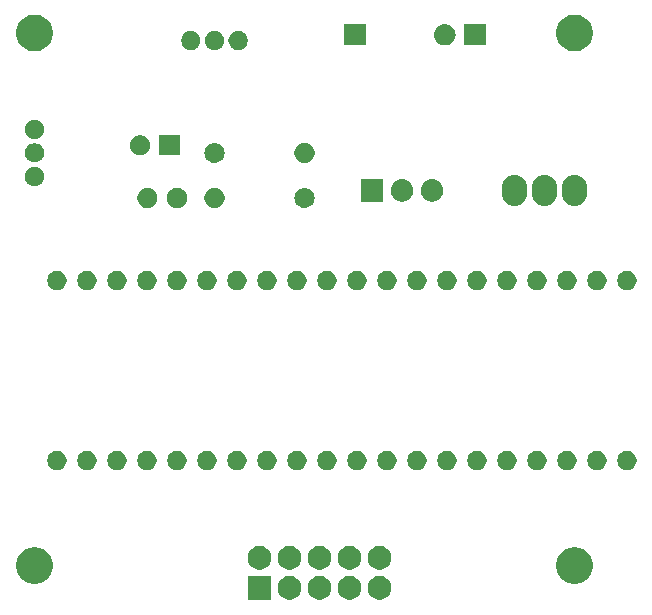
<source format=gbr>
G04 #@! TF.GenerationSoftware,KiCad,Pcbnew,(5.0.1-3-g963ef8bb5)*
G04 #@! TF.CreationDate,2019-04-02T14:03:19+07:00*
G04 #@! TF.ProjectId,STMaytal32v04,53544D617974616C33327630342E6B69,rev?*
G04 #@! TF.SameCoordinates,Original*
G04 #@! TF.FileFunction,Soldermask,Bot*
G04 #@! TF.FilePolarity,Negative*
%FSLAX46Y46*%
G04 Gerber Fmt 4.6, Leading zero omitted, Abs format (unit mm)*
G04 Created by KiCad (PCBNEW (5.0.1-3-g963ef8bb5)) date Tuesday, April 02, 2019 at 02:03:19 PM*
%MOMM*%
%LPD*%
G01*
G04 APERTURE LIST*
%ADD10C,0.100000*%
G04 APERTURE END LIST*
D10*
G36*
X208402988Y-125366304D02*
X208572710Y-125400063D01*
X208755336Y-125475709D01*
X208919694Y-125585530D01*
X209059470Y-125725306D01*
X209169291Y-125889664D01*
X209244937Y-126072290D01*
X209283500Y-126266164D01*
X209283500Y-126463836D01*
X209244937Y-126657710D01*
X209169291Y-126840336D01*
X209059470Y-127004694D01*
X208919694Y-127144470D01*
X208755336Y-127254291D01*
X208572710Y-127329937D01*
X208402988Y-127363696D01*
X208378837Y-127368500D01*
X208181163Y-127368500D01*
X208157012Y-127363696D01*
X207987290Y-127329937D01*
X207804664Y-127254291D01*
X207640306Y-127144470D01*
X207500530Y-127004694D01*
X207390709Y-126840336D01*
X207315063Y-126657710D01*
X207276500Y-126463836D01*
X207276500Y-126266164D01*
X207315063Y-126072290D01*
X207390709Y-125889664D01*
X207500530Y-125725306D01*
X207640306Y-125585530D01*
X207804664Y-125475709D01*
X207987290Y-125400063D01*
X208157012Y-125366304D01*
X208181163Y-125361500D01*
X208378837Y-125361500D01*
X208402988Y-125366304D01*
X208402988Y-125366304D01*
G37*
G36*
X205862988Y-125366304D02*
X206032710Y-125400063D01*
X206215336Y-125475709D01*
X206379694Y-125585530D01*
X206519470Y-125725306D01*
X206629291Y-125889664D01*
X206704937Y-126072290D01*
X206743500Y-126266164D01*
X206743500Y-126463836D01*
X206704937Y-126657710D01*
X206629291Y-126840336D01*
X206519470Y-127004694D01*
X206379694Y-127144470D01*
X206215336Y-127254291D01*
X206032710Y-127329937D01*
X205862988Y-127363696D01*
X205838837Y-127368500D01*
X205641163Y-127368500D01*
X205617012Y-127363696D01*
X205447290Y-127329937D01*
X205264664Y-127254291D01*
X205100306Y-127144470D01*
X204960530Y-127004694D01*
X204850709Y-126840336D01*
X204775063Y-126657710D01*
X204736500Y-126463836D01*
X204736500Y-126266164D01*
X204775063Y-126072290D01*
X204850709Y-125889664D01*
X204960530Y-125725306D01*
X205100306Y-125585530D01*
X205264664Y-125475709D01*
X205447290Y-125400063D01*
X205617012Y-125366304D01*
X205641163Y-125361500D01*
X205838837Y-125361500D01*
X205862988Y-125366304D01*
X205862988Y-125366304D01*
G37*
G36*
X203322988Y-125366304D02*
X203492710Y-125400063D01*
X203675336Y-125475709D01*
X203839694Y-125585530D01*
X203979470Y-125725306D01*
X204089291Y-125889664D01*
X204164937Y-126072290D01*
X204203500Y-126266164D01*
X204203500Y-126463836D01*
X204164937Y-126657710D01*
X204089291Y-126840336D01*
X203979470Y-127004694D01*
X203839694Y-127144470D01*
X203675336Y-127254291D01*
X203492710Y-127329937D01*
X203322988Y-127363696D01*
X203298837Y-127368500D01*
X203101163Y-127368500D01*
X203077012Y-127363696D01*
X202907290Y-127329937D01*
X202724664Y-127254291D01*
X202560306Y-127144470D01*
X202420530Y-127004694D01*
X202310709Y-126840336D01*
X202235063Y-126657710D01*
X202196500Y-126463836D01*
X202196500Y-126266164D01*
X202235063Y-126072290D01*
X202310709Y-125889664D01*
X202420530Y-125725306D01*
X202560306Y-125585530D01*
X202724664Y-125475709D01*
X202907290Y-125400063D01*
X203077012Y-125366304D01*
X203101163Y-125361500D01*
X203298837Y-125361500D01*
X203322988Y-125366304D01*
X203322988Y-125366304D01*
G37*
G36*
X200782988Y-125366304D02*
X200952710Y-125400063D01*
X201135336Y-125475709D01*
X201299694Y-125585530D01*
X201439470Y-125725306D01*
X201549291Y-125889664D01*
X201624937Y-126072290D01*
X201663500Y-126266164D01*
X201663500Y-126463836D01*
X201624937Y-126657710D01*
X201549291Y-126840336D01*
X201439470Y-127004694D01*
X201299694Y-127144470D01*
X201135336Y-127254291D01*
X200952710Y-127329937D01*
X200782988Y-127363696D01*
X200758837Y-127368500D01*
X200561163Y-127368500D01*
X200537012Y-127363696D01*
X200367290Y-127329937D01*
X200184664Y-127254291D01*
X200020306Y-127144470D01*
X199880530Y-127004694D01*
X199770709Y-126840336D01*
X199695063Y-126657710D01*
X199656500Y-126463836D01*
X199656500Y-126266164D01*
X199695063Y-126072290D01*
X199770709Y-125889664D01*
X199880530Y-125725306D01*
X200020306Y-125585530D01*
X200184664Y-125475709D01*
X200367290Y-125400063D01*
X200537012Y-125366304D01*
X200561163Y-125361500D01*
X200758837Y-125361500D01*
X200782988Y-125366304D01*
X200782988Y-125366304D01*
G37*
G36*
X199123500Y-127368500D02*
X197116500Y-127368500D01*
X197116500Y-125361500D01*
X199123500Y-125361500D01*
X199123500Y-127368500D01*
X199123500Y-127368500D01*
G37*
G36*
X225142527Y-122948736D02*
X225242410Y-122968604D01*
X225524674Y-123085521D01*
X225778705Y-123255259D01*
X225994741Y-123471295D01*
X226164479Y-123725326D01*
X226281396Y-124007590D01*
X226341000Y-124307240D01*
X226341000Y-124612760D01*
X226281396Y-124912410D01*
X226164479Y-125194674D01*
X225994741Y-125448705D01*
X225778705Y-125664741D01*
X225524674Y-125834479D01*
X225242410Y-125951396D01*
X225142527Y-125971264D01*
X224942762Y-126011000D01*
X224637238Y-126011000D01*
X224437473Y-125971264D01*
X224337590Y-125951396D01*
X224055326Y-125834479D01*
X223801295Y-125664741D01*
X223585259Y-125448705D01*
X223415521Y-125194674D01*
X223298604Y-124912410D01*
X223239000Y-124612760D01*
X223239000Y-124307240D01*
X223298604Y-124007590D01*
X223415521Y-123725326D01*
X223585259Y-123471295D01*
X223801295Y-123255259D01*
X224055326Y-123085521D01*
X224337590Y-122968604D01*
X224437473Y-122948736D01*
X224637238Y-122909000D01*
X224942762Y-122909000D01*
X225142527Y-122948736D01*
X225142527Y-122948736D01*
G37*
G36*
X179422527Y-122948736D02*
X179522410Y-122968604D01*
X179804674Y-123085521D01*
X180058705Y-123255259D01*
X180274741Y-123471295D01*
X180444479Y-123725326D01*
X180561396Y-124007590D01*
X180621000Y-124307240D01*
X180621000Y-124612760D01*
X180561396Y-124912410D01*
X180444479Y-125194674D01*
X180274741Y-125448705D01*
X180058705Y-125664741D01*
X179804674Y-125834479D01*
X179522410Y-125951396D01*
X179422527Y-125971264D01*
X179222762Y-126011000D01*
X178917238Y-126011000D01*
X178717473Y-125971264D01*
X178617590Y-125951396D01*
X178335326Y-125834479D01*
X178081295Y-125664741D01*
X177865259Y-125448705D01*
X177695521Y-125194674D01*
X177578604Y-124912410D01*
X177519000Y-124612760D01*
X177519000Y-124307240D01*
X177578604Y-124007590D01*
X177695521Y-123725326D01*
X177865259Y-123471295D01*
X178081295Y-123255259D01*
X178335326Y-123085521D01*
X178617590Y-122968604D01*
X178717473Y-122948736D01*
X178917238Y-122909000D01*
X179222762Y-122909000D01*
X179422527Y-122948736D01*
X179422527Y-122948736D01*
G37*
G36*
X208402988Y-122826304D02*
X208572710Y-122860063D01*
X208755336Y-122935709D01*
X208919694Y-123045530D01*
X209059470Y-123185306D01*
X209169291Y-123349664D01*
X209244937Y-123532290D01*
X209278696Y-123702012D01*
X209283334Y-123725326D01*
X209283500Y-123726164D01*
X209283500Y-123923836D01*
X209244937Y-124117710D01*
X209169291Y-124300336D01*
X209059470Y-124464694D01*
X208919694Y-124604470D01*
X208755336Y-124714291D01*
X208572710Y-124789937D01*
X208402988Y-124823696D01*
X208378837Y-124828500D01*
X208181163Y-124828500D01*
X208157012Y-124823696D01*
X207987290Y-124789937D01*
X207804664Y-124714291D01*
X207640306Y-124604470D01*
X207500530Y-124464694D01*
X207390709Y-124300336D01*
X207315063Y-124117710D01*
X207276500Y-123923836D01*
X207276500Y-123726164D01*
X207276667Y-123725326D01*
X207281304Y-123702012D01*
X207315063Y-123532290D01*
X207390709Y-123349664D01*
X207500530Y-123185306D01*
X207640306Y-123045530D01*
X207804664Y-122935709D01*
X207987290Y-122860063D01*
X208157012Y-122826304D01*
X208181163Y-122821500D01*
X208378837Y-122821500D01*
X208402988Y-122826304D01*
X208402988Y-122826304D01*
G37*
G36*
X205862988Y-122826304D02*
X206032710Y-122860063D01*
X206215336Y-122935709D01*
X206379694Y-123045530D01*
X206519470Y-123185306D01*
X206629291Y-123349664D01*
X206704937Y-123532290D01*
X206738696Y-123702012D01*
X206743334Y-123725326D01*
X206743500Y-123726164D01*
X206743500Y-123923836D01*
X206704937Y-124117710D01*
X206629291Y-124300336D01*
X206519470Y-124464694D01*
X206379694Y-124604470D01*
X206215336Y-124714291D01*
X206032710Y-124789937D01*
X205862988Y-124823696D01*
X205838837Y-124828500D01*
X205641163Y-124828500D01*
X205617012Y-124823696D01*
X205447290Y-124789937D01*
X205264664Y-124714291D01*
X205100306Y-124604470D01*
X204960530Y-124464694D01*
X204850709Y-124300336D01*
X204775063Y-124117710D01*
X204736500Y-123923836D01*
X204736500Y-123726164D01*
X204736667Y-123725326D01*
X204741304Y-123702012D01*
X204775063Y-123532290D01*
X204850709Y-123349664D01*
X204960530Y-123185306D01*
X205100306Y-123045530D01*
X205264664Y-122935709D01*
X205447290Y-122860063D01*
X205617012Y-122826304D01*
X205641163Y-122821500D01*
X205838837Y-122821500D01*
X205862988Y-122826304D01*
X205862988Y-122826304D01*
G37*
G36*
X203322988Y-122826304D02*
X203492710Y-122860063D01*
X203675336Y-122935709D01*
X203839694Y-123045530D01*
X203979470Y-123185306D01*
X204089291Y-123349664D01*
X204164937Y-123532290D01*
X204198696Y-123702012D01*
X204203334Y-123725326D01*
X204203500Y-123726164D01*
X204203500Y-123923836D01*
X204164937Y-124117710D01*
X204089291Y-124300336D01*
X203979470Y-124464694D01*
X203839694Y-124604470D01*
X203675336Y-124714291D01*
X203492710Y-124789937D01*
X203322988Y-124823696D01*
X203298837Y-124828500D01*
X203101163Y-124828500D01*
X203077012Y-124823696D01*
X202907290Y-124789937D01*
X202724664Y-124714291D01*
X202560306Y-124604470D01*
X202420530Y-124464694D01*
X202310709Y-124300336D01*
X202235063Y-124117710D01*
X202196500Y-123923836D01*
X202196500Y-123726164D01*
X202196667Y-123725326D01*
X202201304Y-123702012D01*
X202235063Y-123532290D01*
X202310709Y-123349664D01*
X202420530Y-123185306D01*
X202560306Y-123045530D01*
X202724664Y-122935709D01*
X202907290Y-122860063D01*
X203077012Y-122826304D01*
X203101163Y-122821500D01*
X203298837Y-122821500D01*
X203322988Y-122826304D01*
X203322988Y-122826304D01*
G37*
G36*
X200782988Y-122826304D02*
X200952710Y-122860063D01*
X201135336Y-122935709D01*
X201299694Y-123045530D01*
X201439470Y-123185306D01*
X201549291Y-123349664D01*
X201624937Y-123532290D01*
X201658696Y-123702012D01*
X201663334Y-123725326D01*
X201663500Y-123726164D01*
X201663500Y-123923836D01*
X201624937Y-124117710D01*
X201549291Y-124300336D01*
X201439470Y-124464694D01*
X201299694Y-124604470D01*
X201135336Y-124714291D01*
X200952710Y-124789937D01*
X200782988Y-124823696D01*
X200758837Y-124828500D01*
X200561163Y-124828500D01*
X200537012Y-124823696D01*
X200367290Y-124789937D01*
X200184664Y-124714291D01*
X200020306Y-124604470D01*
X199880530Y-124464694D01*
X199770709Y-124300336D01*
X199695063Y-124117710D01*
X199656500Y-123923836D01*
X199656500Y-123726164D01*
X199656667Y-123725326D01*
X199661304Y-123702012D01*
X199695063Y-123532290D01*
X199770709Y-123349664D01*
X199880530Y-123185306D01*
X200020306Y-123045530D01*
X200184664Y-122935709D01*
X200367290Y-122860063D01*
X200537012Y-122826304D01*
X200561163Y-122821500D01*
X200758837Y-122821500D01*
X200782988Y-122826304D01*
X200782988Y-122826304D01*
G37*
G36*
X198242988Y-122826304D02*
X198412710Y-122860063D01*
X198595336Y-122935709D01*
X198759694Y-123045530D01*
X198899470Y-123185306D01*
X199009291Y-123349664D01*
X199084937Y-123532290D01*
X199118696Y-123702012D01*
X199123334Y-123725326D01*
X199123500Y-123726164D01*
X199123500Y-123923836D01*
X199084937Y-124117710D01*
X199009291Y-124300336D01*
X198899470Y-124464694D01*
X198759694Y-124604470D01*
X198595336Y-124714291D01*
X198412710Y-124789937D01*
X198242988Y-124823696D01*
X198218837Y-124828500D01*
X198021163Y-124828500D01*
X197997012Y-124823696D01*
X197827290Y-124789937D01*
X197644664Y-124714291D01*
X197480306Y-124604470D01*
X197340530Y-124464694D01*
X197230709Y-124300336D01*
X197155063Y-124117710D01*
X197116500Y-123923836D01*
X197116500Y-123726164D01*
X197116667Y-123725326D01*
X197121304Y-123702012D01*
X197155063Y-123532290D01*
X197230709Y-123349664D01*
X197340530Y-123185306D01*
X197480306Y-123045530D01*
X197644664Y-122935709D01*
X197827290Y-122860063D01*
X197997012Y-122826304D01*
X198021163Y-122821500D01*
X198218837Y-122821500D01*
X198242988Y-122826304D01*
X198242988Y-122826304D01*
G37*
G36*
X198992142Y-114788242D02*
X199140102Y-114849530D01*
X199273258Y-114938502D01*
X199386498Y-115051742D01*
X199475470Y-115184898D01*
X199536758Y-115332858D01*
X199568000Y-115489925D01*
X199568000Y-115650075D01*
X199536758Y-115807142D01*
X199475470Y-115955102D01*
X199386498Y-116088258D01*
X199273258Y-116201498D01*
X199140102Y-116290470D01*
X198992142Y-116351758D01*
X198835075Y-116383000D01*
X198674925Y-116383000D01*
X198517858Y-116351758D01*
X198369898Y-116290470D01*
X198236742Y-116201498D01*
X198123502Y-116088258D01*
X198034530Y-115955102D01*
X197973242Y-115807142D01*
X197942000Y-115650075D01*
X197942000Y-115489925D01*
X197973242Y-115332858D01*
X198034530Y-115184898D01*
X198123502Y-115051742D01*
X198236742Y-114938502D01*
X198369898Y-114849530D01*
X198517858Y-114788242D01*
X198674925Y-114757000D01*
X198835075Y-114757000D01*
X198992142Y-114788242D01*
X198992142Y-114788242D01*
G37*
G36*
X196452142Y-114788242D02*
X196600102Y-114849530D01*
X196733258Y-114938502D01*
X196846498Y-115051742D01*
X196935470Y-115184898D01*
X196996758Y-115332858D01*
X197028000Y-115489925D01*
X197028000Y-115650075D01*
X196996758Y-115807142D01*
X196935470Y-115955102D01*
X196846498Y-116088258D01*
X196733258Y-116201498D01*
X196600102Y-116290470D01*
X196452142Y-116351758D01*
X196295075Y-116383000D01*
X196134925Y-116383000D01*
X195977858Y-116351758D01*
X195829898Y-116290470D01*
X195696742Y-116201498D01*
X195583502Y-116088258D01*
X195494530Y-115955102D01*
X195433242Y-115807142D01*
X195402000Y-115650075D01*
X195402000Y-115489925D01*
X195433242Y-115332858D01*
X195494530Y-115184898D01*
X195583502Y-115051742D01*
X195696742Y-114938502D01*
X195829898Y-114849530D01*
X195977858Y-114788242D01*
X196134925Y-114757000D01*
X196295075Y-114757000D01*
X196452142Y-114788242D01*
X196452142Y-114788242D01*
G37*
G36*
X193912142Y-114788242D02*
X194060102Y-114849530D01*
X194193258Y-114938502D01*
X194306498Y-115051742D01*
X194395470Y-115184898D01*
X194456758Y-115332858D01*
X194488000Y-115489925D01*
X194488000Y-115650075D01*
X194456758Y-115807142D01*
X194395470Y-115955102D01*
X194306498Y-116088258D01*
X194193258Y-116201498D01*
X194060102Y-116290470D01*
X193912142Y-116351758D01*
X193755075Y-116383000D01*
X193594925Y-116383000D01*
X193437858Y-116351758D01*
X193289898Y-116290470D01*
X193156742Y-116201498D01*
X193043502Y-116088258D01*
X192954530Y-115955102D01*
X192893242Y-115807142D01*
X192862000Y-115650075D01*
X192862000Y-115489925D01*
X192893242Y-115332858D01*
X192954530Y-115184898D01*
X193043502Y-115051742D01*
X193156742Y-114938502D01*
X193289898Y-114849530D01*
X193437858Y-114788242D01*
X193594925Y-114757000D01*
X193755075Y-114757000D01*
X193912142Y-114788242D01*
X193912142Y-114788242D01*
G37*
G36*
X191372142Y-114788242D02*
X191520102Y-114849530D01*
X191653258Y-114938502D01*
X191766498Y-115051742D01*
X191855470Y-115184898D01*
X191916758Y-115332858D01*
X191948000Y-115489925D01*
X191948000Y-115650075D01*
X191916758Y-115807142D01*
X191855470Y-115955102D01*
X191766498Y-116088258D01*
X191653258Y-116201498D01*
X191520102Y-116290470D01*
X191372142Y-116351758D01*
X191215075Y-116383000D01*
X191054925Y-116383000D01*
X190897858Y-116351758D01*
X190749898Y-116290470D01*
X190616742Y-116201498D01*
X190503502Y-116088258D01*
X190414530Y-115955102D01*
X190353242Y-115807142D01*
X190322000Y-115650075D01*
X190322000Y-115489925D01*
X190353242Y-115332858D01*
X190414530Y-115184898D01*
X190503502Y-115051742D01*
X190616742Y-114938502D01*
X190749898Y-114849530D01*
X190897858Y-114788242D01*
X191054925Y-114757000D01*
X191215075Y-114757000D01*
X191372142Y-114788242D01*
X191372142Y-114788242D01*
G37*
G36*
X188832142Y-114788242D02*
X188980102Y-114849530D01*
X189113258Y-114938502D01*
X189226498Y-115051742D01*
X189315470Y-115184898D01*
X189376758Y-115332858D01*
X189408000Y-115489925D01*
X189408000Y-115650075D01*
X189376758Y-115807142D01*
X189315470Y-115955102D01*
X189226498Y-116088258D01*
X189113258Y-116201498D01*
X188980102Y-116290470D01*
X188832142Y-116351758D01*
X188675075Y-116383000D01*
X188514925Y-116383000D01*
X188357858Y-116351758D01*
X188209898Y-116290470D01*
X188076742Y-116201498D01*
X187963502Y-116088258D01*
X187874530Y-115955102D01*
X187813242Y-115807142D01*
X187782000Y-115650075D01*
X187782000Y-115489925D01*
X187813242Y-115332858D01*
X187874530Y-115184898D01*
X187963502Y-115051742D01*
X188076742Y-114938502D01*
X188209898Y-114849530D01*
X188357858Y-114788242D01*
X188514925Y-114757000D01*
X188675075Y-114757000D01*
X188832142Y-114788242D01*
X188832142Y-114788242D01*
G37*
G36*
X186292142Y-114788242D02*
X186440102Y-114849530D01*
X186573258Y-114938502D01*
X186686498Y-115051742D01*
X186775470Y-115184898D01*
X186836758Y-115332858D01*
X186868000Y-115489925D01*
X186868000Y-115650075D01*
X186836758Y-115807142D01*
X186775470Y-115955102D01*
X186686498Y-116088258D01*
X186573258Y-116201498D01*
X186440102Y-116290470D01*
X186292142Y-116351758D01*
X186135075Y-116383000D01*
X185974925Y-116383000D01*
X185817858Y-116351758D01*
X185669898Y-116290470D01*
X185536742Y-116201498D01*
X185423502Y-116088258D01*
X185334530Y-115955102D01*
X185273242Y-115807142D01*
X185242000Y-115650075D01*
X185242000Y-115489925D01*
X185273242Y-115332858D01*
X185334530Y-115184898D01*
X185423502Y-115051742D01*
X185536742Y-114938502D01*
X185669898Y-114849530D01*
X185817858Y-114788242D01*
X185974925Y-114757000D01*
X186135075Y-114757000D01*
X186292142Y-114788242D01*
X186292142Y-114788242D01*
G37*
G36*
X183752142Y-114788242D02*
X183900102Y-114849530D01*
X184033258Y-114938502D01*
X184146498Y-115051742D01*
X184235470Y-115184898D01*
X184296758Y-115332858D01*
X184328000Y-115489925D01*
X184328000Y-115650075D01*
X184296758Y-115807142D01*
X184235470Y-115955102D01*
X184146498Y-116088258D01*
X184033258Y-116201498D01*
X183900102Y-116290470D01*
X183752142Y-116351758D01*
X183595075Y-116383000D01*
X183434925Y-116383000D01*
X183277858Y-116351758D01*
X183129898Y-116290470D01*
X182996742Y-116201498D01*
X182883502Y-116088258D01*
X182794530Y-115955102D01*
X182733242Y-115807142D01*
X182702000Y-115650075D01*
X182702000Y-115489925D01*
X182733242Y-115332858D01*
X182794530Y-115184898D01*
X182883502Y-115051742D01*
X182996742Y-114938502D01*
X183129898Y-114849530D01*
X183277858Y-114788242D01*
X183434925Y-114757000D01*
X183595075Y-114757000D01*
X183752142Y-114788242D01*
X183752142Y-114788242D01*
G37*
G36*
X181212142Y-114788242D02*
X181360102Y-114849530D01*
X181493258Y-114938502D01*
X181606498Y-115051742D01*
X181695470Y-115184898D01*
X181756758Y-115332858D01*
X181788000Y-115489925D01*
X181788000Y-115650075D01*
X181756758Y-115807142D01*
X181695470Y-115955102D01*
X181606498Y-116088258D01*
X181493258Y-116201498D01*
X181360102Y-116290470D01*
X181212142Y-116351758D01*
X181055075Y-116383000D01*
X180894925Y-116383000D01*
X180737858Y-116351758D01*
X180589898Y-116290470D01*
X180456742Y-116201498D01*
X180343502Y-116088258D01*
X180254530Y-115955102D01*
X180193242Y-115807142D01*
X180162000Y-115650075D01*
X180162000Y-115489925D01*
X180193242Y-115332858D01*
X180254530Y-115184898D01*
X180343502Y-115051742D01*
X180456742Y-114938502D01*
X180589898Y-114849530D01*
X180737858Y-114788242D01*
X180894925Y-114757000D01*
X181055075Y-114757000D01*
X181212142Y-114788242D01*
X181212142Y-114788242D01*
G37*
G36*
X209152142Y-114788242D02*
X209300102Y-114849530D01*
X209433258Y-114938502D01*
X209546498Y-115051742D01*
X209635470Y-115184898D01*
X209696758Y-115332858D01*
X209728000Y-115489925D01*
X209728000Y-115650075D01*
X209696758Y-115807142D01*
X209635470Y-115955102D01*
X209546498Y-116088258D01*
X209433258Y-116201498D01*
X209300102Y-116290470D01*
X209152142Y-116351758D01*
X208995075Y-116383000D01*
X208834925Y-116383000D01*
X208677858Y-116351758D01*
X208529898Y-116290470D01*
X208396742Y-116201498D01*
X208283502Y-116088258D01*
X208194530Y-115955102D01*
X208133242Y-115807142D01*
X208102000Y-115650075D01*
X208102000Y-115489925D01*
X208133242Y-115332858D01*
X208194530Y-115184898D01*
X208283502Y-115051742D01*
X208396742Y-114938502D01*
X208529898Y-114849530D01*
X208677858Y-114788242D01*
X208834925Y-114757000D01*
X208995075Y-114757000D01*
X209152142Y-114788242D01*
X209152142Y-114788242D01*
G37*
G36*
X206612142Y-114788242D02*
X206760102Y-114849530D01*
X206893258Y-114938502D01*
X207006498Y-115051742D01*
X207095470Y-115184898D01*
X207156758Y-115332858D01*
X207188000Y-115489925D01*
X207188000Y-115650075D01*
X207156758Y-115807142D01*
X207095470Y-115955102D01*
X207006498Y-116088258D01*
X206893258Y-116201498D01*
X206760102Y-116290470D01*
X206612142Y-116351758D01*
X206455075Y-116383000D01*
X206294925Y-116383000D01*
X206137858Y-116351758D01*
X205989898Y-116290470D01*
X205856742Y-116201498D01*
X205743502Y-116088258D01*
X205654530Y-115955102D01*
X205593242Y-115807142D01*
X205562000Y-115650075D01*
X205562000Y-115489925D01*
X205593242Y-115332858D01*
X205654530Y-115184898D01*
X205743502Y-115051742D01*
X205856742Y-114938502D01*
X205989898Y-114849530D01*
X206137858Y-114788242D01*
X206294925Y-114757000D01*
X206455075Y-114757000D01*
X206612142Y-114788242D01*
X206612142Y-114788242D01*
G37*
G36*
X204072142Y-114788242D02*
X204220102Y-114849530D01*
X204353258Y-114938502D01*
X204466498Y-115051742D01*
X204555470Y-115184898D01*
X204616758Y-115332858D01*
X204648000Y-115489925D01*
X204648000Y-115650075D01*
X204616758Y-115807142D01*
X204555470Y-115955102D01*
X204466498Y-116088258D01*
X204353258Y-116201498D01*
X204220102Y-116290470D01*
X204072142Y-116351758D01*
X203915075Y-116383000D01*
X203754925Y-116383000D01*
X203597858Y-116351758D01*
X203449898Y-116290470D01*
X203316742Y-116201498D01*
X203203502Y-116088258D01*
X203114530Y-115955102D01*
X203053242Y-115807142D01*
X203022000Y-115650075D01*
X203022000Y-115489925D01*
X203053242Y-115332858D01*
X203114530Y-115184898D01*
X203203502Y-115051742D01*
X203316742Y-114938502D01*
X203449898Y-114849530D01*
X203597858Y-114788242D01*
X203754925Y-114757000D01*
X203915075Y-114757000D01*
X204072142Y-114788242D01*
X204072142Y-114788242D01*
G37*
G36*
X201532142Y-114788242D02*
X201680102Y-114849530D01*
X201813258Y-114938502D01*
X201926498Y-115051742D01*
X202015470Y-115184898D01*
X202076758Y-115332858D01*
X202108000Y-115489925D01*
X202108000Y-115650075D01*
X202076758Y-115807142D01*
X202015470Y-115955102D01*
X201926498Y-116088258D01*
X201813258Y-116201498D01*
X201680102Y-116290470D01*
X201532142Y-116351758D01*
X201375075Y-116383000D01*
X201214925Y-116383000D01*
X201057858Y-116351758D01*
X200909898Y-116290470D01*
X200776742Y-116201498D01*
X200663502Y-116088258D01*
X200574530Y-115955102D01*
X200513242Y-115807142D01*
X200482000Y-115650075D01*
X200482000Y-115489925D01*
X200513242Y-115332858D01*
X200574530Y-115184898D01*
X200663502Y-115051742D01*
X200776742Y-114938502D01*
X200909898Y-114849530D01*
X201057858Y-114788242D01*
X201214925Y-114757000D01*
X201375075Y-114757000D01*
X201532142Y-114788242D01*
X201532142Y-114788242D01*
G37*
G36*
X229472142Y-114788242D02*
X229620102Y-114849530D01*
X229753258Y-114938502D01*
X229866498Y-115051742D01*
X229955470Y-115184898D01*
X230016758Y-115332858D01*
X230048000Y-115489925D01*
X230048000Y-115650075D01*
X230016758Y-115807142D01*
X229955470Y-115955102D01*
X229866498Y-116088258D01*
X229753258Y-116201498D01*
X229620102Y-116290470D01*
X229472142Y-116351758D01*
X229315075Y-116383000D01*
X229154925Y-116383000D01*
X228997858Y-116351758D01*
X228849898Y-116290470D01*
X228716742Y-116201498D01*
X228603502Y-116088258D01*
X228514530Y-115955102D01*
X228453242Y-115807142D01*
X228422000Y-115650075D01*
X228422000Y-115489925D01*
X228453242Y-115332858D01*
X228514530Y-115184898D01*
X228603502Y-115051742D01*
X228716742Y-114938502D01*
X228849898Y-114849530D01*
X228997858Y-114788242D01*
X229154925Y-114757000D01*
X229315075Y-114757000D01*
X229472142Y-114788242D01*
X229472142Y-114788242D01*
G37*
G36*
X226932142Y-114788242D02*
X227080102Y-114849530D01*
X227213258Y-114938502D01*
X227326498Y-115051742D01*
X227415470Y-115184898D01*
X227476758Y-115332858D01*
X227508000Y-115489925D01*
X227508000Y-115650075D01*
X227476758Y-115807142D01*
X227415470Y-115955102D01*
X227326498Y-116088258D01*
X227213258Y-116201498D01*
X227080102Y-116290470D01*
X226932142Y-116351758D01*
X226775075Y-116383000D01*
X226614925Y-116383000D01*
X226457858Y-116351758D01*
X226309898Y-116290470D01*
X226176742Y-116201498D01*
X226063502Y-116088258D01*
X225974530Y-115955102D01*
X225913242Y-115807142D01*
X225882000Y-115650075D01*
X225882000Y-115489925D01*
X225913242Y-115332858D01*
X225974530Y-115184898D01*
X226063502Y-115051742D01*
X226176742Y-114938502D01*
X226309898Y-114849530D01*
X226457858Y-114788242D01*
X226614925Y-114757000D01*
X226775075Y-114757000D01*
X226932142Y-114788242D01*
X226932142Y-114788242D01*
G37*
G36*
X224392142Y-114788242D02*
X224540102Y-114849530D01*
X224673258Y-114938502D01*
X224786498Y-115051742D01*
X224875470Y-115184898D01*
X224936758Y-115332858D01*
X224968000Y-115489925D01*
X224968000Y-115650075D01*
X224936758Y-115807142D01*
X224875470Y-115955102D01*
X224786498Y-116088258D01*
X224673258Y-116201498D01*
X224540102Y-116290470D01*
X224392142Y-116351758D01*
X224235075Y-116383000D01*
X224074925Y-116383000D01*
X223917858Y-116351758D01*
X223769898Y-116290470D01*
X223636742Y-116201498D01*
X223523502Y-116088258D01*
X223434530Y-115955102D01*
X223373242Y-115807142D01*
X223342000Y-115650075D01*
X223342000Y-115489925D01*
X223373242Y-115332858D01*
X223434530Y-115184898D01*
X223523502Y-115051742D01*
X223636742Y-114938502D01*
X223769898Y-114849530D01*
X223917858Y-114788242D01*
X224074925Y-114757000D01*
X224235075Y-114757000D01*
X224392142Y-114788242D01*
X224392142Y-114788242D01*
G37*
G36*
X221852142Y-114788242D02*
X222000102Y-114849530D01*
X222133258Y-114938502D01*
X222246498Y-115051742D01*
X222335470Y-115184898D01*
X222396758Y-115332858D01*
X222428000Y-115489925D01*
X222428000Y-115650075D01*
X222396758Y-115807142D01*
X222335470Y-115955102D01*
X222246498Y-116088258D01*
X222133258Y-116201498D01*
X222000102Y-116290470D01*
X221852142Y-116351758D01*
X221695075Y-116383000D01*
X221534925Y-116383000D01*
X221377858Y-116351758D01*
X221229898Y-116290470D01*
X221096742Y-116201498D01*
X220983502Y-116088258D01*
X220894530Y-115955102D01*
X220833242Y-115807142D01*
X220802000Y-115650075D01*
X220802000Y-115489925D01*
X220833242Y-115332858D01*
X220894530Y-115184898D01*
X220983502Y-115051742D01*
X221096742Y-114938502D01*
X221229898Y-114849530D01*
X221377858Y-114788242D01*
X221534925Y-114757000D01*
X221695075Y-114757000D01*
X221852142Y-114788242D01*
X221852142Y-114788242D01*
G37*
G36*
X219312142Y-114788242D02*
X219460102Y-114849530D01*
X219593258Y-114938502D01*
X219706498Y-115051742D01*
X219795470Y-115184898D01*
X219856758Y-115332858D01*
X219888000Y-115489925D01*
X219888000Y-115650075D01*
X219856758Y-115807142D01*
X219795470Y-115955102D01*
X219706498Y-116088258D01*
X219593258Y-116201498D01*
X219460102Y-116290470D01*
X219312142Y-116351758D01*
X219155075Y-116383000D01*
X218994925Y-116383000D01*
X218837858Y-116351758D01*
X218689898Y-116290470D01*
X218556742Y-116201498D01*
X218443502Y-116088258D01*
X218354530Y-115955102D01*
X218293242Y-115807142D01*
X218262000Y-115650075D01*
X218262000Y-115489925D01*
X218293242Y-115332858D01*
X218354530Y-115184898D01*
X218443502Y-115051742D01*
X218556742Y-114938502D01*
X218689898Y-114849530D01*
X218837858Y-114788242D01*
X218994925Y-114757000D01*
X219155075Y-114757000D01*
X219312142Y-114788242D01*
X219312142Y-114788242D01*
G37*
G36*
X216772142Y-114788242D02*
X216920102Y-114849530D01*
X217053258Y-114938502D01*
X217166498Y-115051742D01*
X217255470Y-115184898D01*
X217316758Y-115332858D01*
X217348000Y-115489925D01*
X217348000Y-115650075D01*
X217316758Y-115807142D01*
X217255470Y-115955102D01*
X217166498Y-116088258D01*
X217053258Y-116201498D01*
X216920102Y-116290470D01*
X216772142Y-116351758D01*
X216615075Y-116383000D01*
X216454925Y-116383000D01*
X216297858Y-116351758D01*
X216149898Y-116290470D01*
X216016742Y-116201498D01*
X215903502Y-116088258D01*
X215814530Y-115955102D01*
X215753242Y-115807142D01*
X215722000Y-115650075D01*
X215722000Y-115489925D01*
X215753242Y-115332858D01*
X215814530Y-115184898D01*
X215903502Y-115051742D01*
X216016742Y-114938502D01*
X216149898Y-114849530D01*
X216297858Y-114788242D01*
X216454925Y-114757000D01*
X216615075Y-114757000D01*
X216772142Y-114788242D01*
X216772142Y-114788242D01*
G37*
G36*
X214232142Y-114788242D02*
X214380102Y-114849530D01*
X214513258Y-114938502D01*
X214626498Y-115051742D01*
X214715470Y-115184898D01*
X214776758Y-115332858D01*
X214808000Y-115489925D01*
X214808000Y-115650075D01*
X214776758Y-115807142D01*
X214715470Y-115955102D01*
X214626498Y-116088258D01*
X214513258Y-116201498D01*
X214380102Y-116290470D01*
X214232142Y-116351758D01*
X214075075Y-116383000D01*
X213914925Y-116383000D01*
X213757858Y-116351758D01*
X213609898Y-116290470D01*
X213476742Y-116201498D01*
X213363502Y-116088258D01*
X213274530Y-115955102D01*
X213213242Y-115807142D01*
X213182000Y-115650075D01*
X213182000Y-115489925D01*
X213213242Y-115332858D01*
X213274530Y-115184898D01*
X213363502Y-115051742D01*
X213476742Y-114938502D01*
X213609898Y-114849530D01*
X213757858Y-114788242D01*
X213914925Y-114757000D01*
X214075075Y-114757000D01*
X214232142Y-114788242D01*
X214232142Y-114788242D01*
G37*
G36*
X211692142Y-114788242D02*
X211840102Y-114849530D01*
X211973258Y-114938502D01*
X212086498Y-115051742D01*
X212175470Y-115184898D01*
X212236758Y-115332858D01*
X212268000Y-115489925D01*
X212268000Y-115650075D01*
X212236758Y-115807142D01*
X212175470Y-115955102D01*
X212086498Y-116088258D01*
X211973258Y-116201498D01*
X211840102Y-116290470D01*
X211692142Y-116351758D01*
X211535075Y-116383000D01*
X211374925Y-116383000D01*
X211217858Y-116351758D01*
X211069898Y-116290470D01*
X210936742Y-116201498D01*
X210823502Y-116088258D01*
X210734530Y-115955102D01*
X210673242Y-115807142D01*
X210642000Y-115650075D01*
X210642000Y-115489925D01*
X210673242Y-115332858D01*
X210734530Y-115184898D01*
X210823502Y-115051742D01*
X210936742Y-114938502D01*
X211069898Y-114849530D01*
X211217858Y-114788242D01*
X211374925Y-114757000D01*
X211535075Y-114757000D01*
X211692142Y-114788242D01*
X211692142Y-114788242D01*
G37*
G36*
X183752142Y-99548242D02*
X183900102Y-99609530D01*
X184033258Y-99698502D01*
X184146498Y-99811742D01*
X184235470Y-99944898D01*
X184296758Y-100092858D01*
X184328000Y-100249925D01*
X184328000Y-100410075D01*
X184296758Y-100567142D01*
X184235470Y-100715102D01*
X184146498Y-100848258D01*
X184033258Y-100961498D01*
X183900102Y-101050470D01*
X183752142Y-101111758D01*
X183595075Y-101143000D01*
X183434925Y-101143000D01*
X183277858Y-101111758D01*
X183129898Y-101050470D01*
X182996742Y-100961498D01*
X182883502Y-100848258D01*
X182794530Y-100715102D01*
X182733242Y-100567142D01*
X182702000Y-100410075D01*
X182702000Y-100249925D01*
X182733242Y-100092858D01*
X182794530Y-99944898D01*
X182883502Y-99811742D01*
X182996742Y-99698502D01*
X183129898Y-99609530D01*
X183277858Y-99548242D01*
X183434925Y-99517000D01*
X183595075Y-99517000D01*
X183752142Y-99548242D01*
X183752142Y-99548242D01*
G37*
G36*
X229472142Y-99548242D02*
X229620102Y-99609530D01*
X229753258Y-99698502D01*
X229866498Y-99811742D01*
X229955470Y-99944898D01*
X230016758Y-100092858D01*
X230048000Y-100249925D01*
X230048000Y-100410075D01*
X230016758Y-100567142D01*
X229955470Y-100715102D01*
X229866498Y-100848258D01*
X229753258Y-100961498D01*
X229620102Y-101050470D01*
X229472142Y-101111758D01*
X229315075Y-101143000D01*
X229154925Y-101143000D01*
X228997858Y-101111758D01*
X228849898Y-101050470D01*
X228716742Y-100961498D01*
X228603502Y-100848258D01*
X228514530Y-100715102D01*
X228453242Y-100567142D01*
X228422000Y-100410075D01*
X228422000Y-100249925D01*
X228453242Y-100092858D01*
X228514530Y-99944898D01*
X228603502Y-99811742D01*
X228716742Y-99698502D01*
X228849898Y-99609530D01*
X228997858Y-99548242D01*
X229154925Y-99517000D01*
X229315075Y-99517000D01*
X229472142Y-99548242D01*
X229472142Y-99548242D01*
G37*
G36*
X186292142Y-99548242D02*
X186440102Y-99609530D01*
X186573258Y-99698502D01*
X186686498Y-99811742D01*
X186775470Y-99944898D01*
X186836758Y-100092858D01*
X186868000Y-100249925D01*
X186868000Y-100410075D01*
X186836758Y-100567142D01*
X186775470Y-100715102D01*
X186686498Y-100848258D01*
X186573258Y-100961498D01*
X186440102Y-101050470D01*
X186292142Y-101111758D01*
X186135075Y-101143000D01*
X185974925Y-101143000D01*
X185817858Y-101111758D01*
X185669898Y-101050470D01*
X185536742Y-100961498D01*
X185423502Y-100848258D01*
X185334530Y-100715102D01*
X185273242Y-100567142D01*
X185242000Y-100410075D01*
X185242000Y-100249925D01*
X185273242Y-100092858D01*
X185334530Y-99944898D01*
X185423502Y-99811742D01*
X185536742Y-99698502D01*
X185669898Y-99609530D01*
X185817858Y-99548242D01*
X185974925Y-99517000D01*
X186135075Y-99517000D01*
X186292142Y-99548242D01*
X186292142Y-99548242D01*
G37*
G36*
X191372142Y-99548242D02*
X191520102Y-99609530D01*
X191653258Y-99698502D01*
X191766498Y-99811742D01*
X191855470Y-99944898D01*
X191916758Y-100092858D01*
X191948000Y-100249925D01*
X191948000Y-100410075D01*
X191916758Y-100567142D01*
X191855470Y-100715102D01*
X191766498Y-100848258D01*
X191653258Y-100961498D01*
X191520102Y-101050470D01*
X191372142Y-101111758D01*
X191215075Y-101143000D01*
X191054925Y-101143000D01*
X190897858Y-101111758D01*
X190749898Y-101050470D01*
X190616742Y-100961498D01*
X190503502Y-100848258D01*
X190414530Y-100715102D01*
X190353242Y-100567142D01*
X190322000Y-100410075D01*
X190322000Y-100249925D01*
X190353242Y-100092858D01*
X190414530Y-99944898D01*
X190503502Y-99811742D01*
X190616742Y-99698502D01*
X190749898Y-99609530D01*
X190897858Y-99548242D01*
X191054925Y-99517000D01*
X191215075Y-99517000D01*
X191372142Y-99548242D01*
X191372142Y-99548242D01*
G37*
G36*
X188832142Y-99548242D02*
X188980102Y-99609530D01*
X189113258Y-99698502D01*
X189226498Y-99811742D01*
X189315470Y-99944898D01*
X189376758Y-100092858D01*
X189408000Y-100249925D01*
X189408000Y-100410075D01*
X189376758Y-100567142D01*
X189315470Y-100715102D01*
X189226498Y-100848258D01*
X189113258Y-100961498D01*
X188980102Y-101050470D01*
X188832142Y-101111758D01*
X188675075Y-101143000D01*
X188514925Y-101143000D01*
X188357858Y-101111758D01*
X188209898Y-101050470D01*
X188076742Y-100961498D01*
X187963502Y-100848258D01*
X187874530Y-100715102D01*
X187813242Y-100567142D01*
X187782000Y-100410075D01*
X187782000Y-100249925D01*
X187813242Y-100092858D01*
X187874530Y-99944898D01*
X187963502Y-99811742D01*
X188076742Y-99698502D01*
X188209898Y-99609530D01*
X188357858Y-99548242D01*
X188514925Y-99517000D01*
X188675075Y-99517000D01*
X188832142Y-99548242D01*
X188832142Y-99548242D01*
G37*
G36*
X219312142Y-99548242D02*
X219460102Y-99609530D01*
X219593258Y-99698502D01*
X219706498Y-99811742D01*
X219795470Y-99944898D01*
X219856758Y-100092858D01*
X219888000Y-100249925D01*
X219888000Y-100410075D01*
X219856758Y-100567142D01*
X219795470Y-100715102D01*
X219706498Y-100848258D01*
X219593258Y-100961498D01*
X219460102Y-101050470D01*
X219312142Y-101111758D01*
X219155075Y-101143000D01*
X218994925Y-101143000D01*
X218837858Y-101111758D01*
X218689898Y-101050470D01*
X218556742Y-100961498D01*
X218443502Y-100848258D01*
X218354530Y-100715102D01*
X218293242Y-100567142D01*
X218262000Y-100410075D01*
X218262000Y-100249925D01*
X218293242Y-100092858D01*
X218354530Y-99944898D01*
X218443502Y-99811742D01*
X218556742Y-99698502D01*
X218689898Y-99609530D01*
X218837858Y-99548242D01*
X218994925Y-99517000D01*
X219155075Y-99517000D01*
X219312142Y-99548242D01*
X219312142Y-99548242D01*
G37*
G36*
X201532142Y-99548242D02*
X201680102Y-99609530D01*
X201813258Y-99698502D01*
X201926498Y-99811742D01*
X202015470Y-99944898D01*
X202076758Y-100092858D01*
X202108000Y-100249925D01*
X202108000Y-100410075D01*
X202076758Y-100567142D01*
X202015470Y-100715102D01*
X201926498Y-100848258D01*
X201813258Y-100961498D01*
X201680102Y-101050470D01*
X201532142Y-101111758D01*
X201375075Y-101143000D01*
X201214925Y-101143000D01*
X201057858Y-101111758D01*
X200909898Y-101050470D01*
X200776742Y-100961498D01*
X200663502Y-100848258D01*
X200574530Y-100715102D01*
X200513242Y-100567142D01*
X200482000Y-100410075D01*
X200482000Y-100249925D01*
X200513242Y-100092858D01*
X200574530Y-99944898D01*
X200663502Y-99811742D01*
X200776742Y-99698502D01*
X200909898Y-99609530D01*
X201057858Y-99548242D01*
X201214925Y-99517000D01*
X201375075Y-99517000D01*
X201532142Y-99548242D01*
X201532142Y-99548242D01*
G37*
G36*
X198992142Y-99548242D02*
X199140102Y-99609530D01*
X199273258Y-99698502D01*
X199386498Y-99811742D01*
X199475470Y-99944898D01*
X199536758Y-100092858D01*
X199568000Y-100249925D01*
X199568000Y-100410075D01*
X199536758Y-100567142D01*
X199475470Y-100715102D01*
X199386498Y-100848258D01*
X199273258Y-100961498D01*
X199140102Y-101050470D01*
X198992142Y-101111758D01*
X198835075Y-101143000D01*
X198674925Y-101143000D01*
X198517858Y-101111758D01*
X198369898Y-101050470D01*
X198236742Y-100961498D01*
X198123502Y-100848258D01*
X198034530Y-100715102D01*
X197973242Y-100567142D01*
X197942000Y-100410075D01*
X197942000Y-100249925D01*
X197973242Y-100092858D01*
X198034530Y-99944898D01*
X198123502Y-99811742D01*
X198236742Y-99698502D01*
X198369898Y-99609530D01*
X198517858Y-99548242D01*
X198674925Y-99517000D01*
X198835075Y-99517000D01*
X198992142Y-99548242D01*
X198992142Y-99548242D01*
G37*
G36*
X226932142Y-99548242D02*
X227080102Y-99609530D01*
X227213258Y-99698502D01*
X227326498Y-99811742D01*
X227415470Y-99944898D01*
X227476758Y-100092858D01*
X227508000Y-100249925D01*
X227508000Y-100410075D01*
X227476758Y-100567142D01*
X227415470Y-100715102D01*
X227326498Y-100848258D01*
X227213258Y-100961498D01*
X227080102Y-101050470D01*
X226932142Y-101111758D01*
X226775075Y-101143000D01*
X226614925Y-101143000D01*
X226457858Y-101111758D01*
X226309898Y-101050470D01*
X226176742Y-100961498D01*
X226063502Y-100848258D01*
X225974530Y-100715102D01*
X225913242Y-100567142D01*
X225882000Y-100410075D01*
X225882000Y-100249925D01*
X225913242Y-100092858D01*
X225974530Y-99944898D01*
X226063502Y-99811742D01*
X226176742Y-99698502D01*
X226309898Y-99609530D01*
X226457858Y-99548242D01*
X226614925Y-99517000D01*
X226775075Y-99517000D01*
X226932142Y-99548242D01*
X226932142Y-99548242D01*
G37*
G36*
X221852142Y-99548242D02*
X222000102Y-99609530D01*
X222133258Y-99698502D01*
X222246498Y-99811742D01*
X222335470Y-99944898D01*
X222396758Y-100092858D01*
X222428000Y-100249925D01*
X222428000Y-100410075D01*
X222396758Y-100567142D01*
X222335470Y-100715102D01*
X222246498Y-100848258D01*
X222133258Y-100961498D01*
X222000102Y-101050470D01*
X221852142Y-101111758D01*
X221695075Y-101143000D01*
X221534925Y-101143000D01*
X221377858Y-101111758D01*
X221229898Y-101050470D01*
X221096742Y-100961498D01*
X220983502Y-100848258D01*
X220894530Y-100715102D01*
X220833242Y-100567142D01*
X220802000Y-100410075D01*
X220802000Y-100249925D01*
X220833242Y-100092858D01*
X220894530Y-99944898D01*
X220983502Y-99811742D01*
X221096742Y-99698502D01*
X221229898Y-99609530D01*
X221377858Y-99548242D01*
X221534925Y-99517000D01*
X221695075Y-99517000D01*
X221852142Y-99548242D01*
X221852142Y-99548242D01*
G37*
G36*
X216772142Y-99548242D02*
X216920102Y-99609530D01*
X217053258Y-99698502D01*
X217166498Y-99811742D01*
X217255470Y-99944898D01*
X217316758Y-100092858D01*
X217348000Y-100249925D01*
X217348000Y-100410075D01*
X217316758Y-100567142D01*
X217255470Y-100715102D01*
X217166498Y-100848258D01*
X217053258Y-100961498D01*
X216920102Y-101050470D01*
X216772142Y-101111758D01*
X216615075Y-101143000D01*
X216454925Y-101143000D01*
X216297858Y-101111758D01*
X216149898Y-101050470D01*
X216016742Y-100961498D01*
X215903502Y-100848258D01*
X215814530Y-100715102D01*
X215753242Y-100567142D01*
X215722000Y-100410075D01*
X215722000Y-100249925D01*
X215753242Y-100092858D01*
X215814530Y-99944898D01*
X215903502Y-99811742D01*
X216016742Y-99698502D01*
X216149898Y-99609530D01*
X216297858Y-99548242D01*
X216454925Y-99517000D01*
X216615075Y-99517000D01*
X216772142Y-99548242D01*
X216772142Y-99548242D01*
G37*
G36*
X206612142Y-99548242D02*
X206760102Y-99609530D01*
X206893258Y-99698502D01*
X207006498Y-99811742D01*
X207095470Y-99944898D01*
X207156758Y-100092858D01*
X207188000Y-100249925D01*
X207188000Y-100410075D01*
X207156758Y-100567142D01*
X207095470Y-100715102D01*
X207006498Y-100848258D01*
X206893258Y-100961498D01*
X206760102Y-101050470D01*
X206612142Y-101111758D01*
X206455075Y-101143000D01*
X206294925Y-101143000D01*
X206137858Y-101111758D01*
X205989898Y-101050470D01*
X205856742Y-100961498D01*
X205743502Y-100848258D01*
X205654530Y-100715102D01*
X205593242Y-100567142D01*
X205562000Y-100410075D01*
X205562000Y-100249925D01*
X205593242Y-100092858D01*
X205654530Y-99944898D01*
X205743502Y-99811742D01*
X205856742Y-99698502D01*
X205989898Y-99609530D01*
X206137858Y-99548242D01*
X206294925Y-99517000D01*
X206455075Y-99517000D01*
X206612142Y-99548242D01*
X206612142Y-99548242D01*
G37*
G36*
X209152142Y-99548242D02*
X209300102Y-99609530D01*
X209433258Y-99698502D01*
X209546498Y-99811742D01*
X209635470Y-99944898D01*
X209696758Y-100092858D01*
X209728000Y-100249925D01*
X209728000Y-100410075D01*
X209696758Y-100567142D01*
X209635470Y-100715102D01*
X209546498Y-100848258D01*
X209433258Y-100961498D01*
X209300102Y-101050470D01*
X209152142Y-101111758D01*
X208995075Y-101143000D01*
X208834925Y-101143000D01*
X208677858Y-101111758D01*
X208529898Y-101050470D01*
X208396742Y-100961498D01*
X208283502Y-100848258D01*
X208194530Y-100715102D01*
X208133242Y-100567142D01*
X208102000Y-100410075D01*
X208102000Y-100249925D01*
X208133242Y-100092858D01*
X208194530Y-99944898D01*
X208283502Y-99811742D01*
X208396742Y-99698502D01*
X208529898Y-99609530D01*
X208677858Y-99548242D01*
X208834925Y-99517000D01*
X208995075Y-99517000D01*
X209152142Y-99548242D01*
X209152142Y-99548242D01*
G37*
G36*
X214232142Y-99548242D02*
X214380102Y-99609530D01*
X214513258Y-99698502D01*
X214626498Y-99811742D01*
X214715470Y-99944898D01*
X214776758Y-100092858D01*
X214808000Y-100249925D01*
X214808000Y-100410075D01*
X214776758Y-100567142D01*
X214715470Y-100715102D01*
X214626498Y-100848258D01*
X214513258Y-100961498D01*
X214380102Y-101050470D01*
X214232142Y-101111758D01*
X214075075Y-101143000D01*
X213914925Y-101143000D01*
X213757858Y-101111758D01*
X213609898Y-101050470D01*
X213476742Y-100961498D01*
X213363502Y-100848258D01*
X213274530Y-100715102D01*
X213213242Y-100567142D01*
X213182000Y-100410075D01*
X213182000Y-100249925D01*
X213213242Y-100092858D01*
X213274530Y-99944898D01*
X213363502Y-99811742D01*
X213476742Y-99698502D01*
X213609898Y-99609530D01*
X213757858Y-99548242D01*
X213914925Y-99517000D01*
X214075075Y-99517000D01*
X214232142Y-99548242D01*
X214232142Y-99548242D01*
G37*
G36*
X211692142Y-99548242D02*
X211840102Y-99609530D01*
X211973258Y-99698502D01*
X212086498Y-99811742D01*
X212175470Y-99944898D01*
X212236758Y-100092858D01*
X212268000Y-100249925D01*
X212268000Y-100410075D01*
X212236758Y-100567142D01*
X212175470Y-100715102D01*
X212086498Y-100848258D01*
X211973258Y-100961498D01*
X211840102Y-101050470D01*
X211692142Y-101111758D01*
X211535075Y-101143000D01*
X211374925Y-101143000D01*
X211217858Y-101111758D01*
X211069898Y-101050470D01*
X210936742Y-100961498D01*
X210823502Y-100848258D01*
X210734530Y-100715102D01*
X210673242Y-100567142D01*
X210642000Y-100410075D01*
X210642000Y-100249925D01*
X210673242Y-100092858D01*
X210734530Y-99944898D01*
X210823502Y-99811742D01*
X210936742Y-99698502D01*
X211069898Y-99609530D01*
X211217858Y-99548242D01*
X211374925Y-99517000D01*
X211535075Y-99517000D01*
X211692142Y-99548242D01*
X211692142Y-99548242D01*
G37*
G36*
X224392142Y-99548242D02*
X224540102Y-99609530D01*
X224673258Y-99698502D01*
X224786498Y-99811742D01*
X224875470Y-99944898D01*
X224936758Y-100092858D01*
X224968000Y-100249925D01*
X224968000Y-100410075D01*
X224936758Y-100567142D01*
X224875470Y-100715102D01*
X224786498Y-100848258D01*
X224673258Y-100961498D01*
X224540102Y-101050470D01*
X224392142Y-101111758D01*
X224235075Y-101143000D01*
X224074925Y-101143000D01*
X223917858Y-101111758D01*
X223769898Y-101050470D01*
X223636742Y-100961498D01*
X223523502Y-100848258D01*
X223434530Y-100715102D01*
X223373242Y-100567142D01*
X223342000Y-100410075D01*
X223342000Y-100249925D01*
X223373242Y-100092858D01*
X223434530Y-99944898D01*
X223523502Y-99811742D01*
X223636742Y-99698502D01*
X223769898Y-99609530D01*
X223917858Y-99548242D01*
X224074925Y-99517000D01*
X224235075Y-99517000D01*
X224392142Y-99548242D01*
X224392142Y-99548242D01*
G37*
G36*
X196452142Y-99548242D02*
X196600102Y-99609530D01*
X196733258Y-99698502D01*
X196846498Y-99811742D01*
X196935470Y-99944898D01*
X196996758Y-100092858D01*
X197028000Y-100249925D01*
X197028000Y-100410075D01*
X196996758Y-100567142D01*
X196935470Y-100715102D01*
X196846498Y-100848258D01*
X196733258Y-100961498D01*
X196600102Y-101050470D01*
X196452142Y-101111758D01*
X196295075Y-101143000D01*
X196134925Y-101143000D01*
X195977858Y-101111758D01*
X195829898Y-101050470D01*
X195696742Y-100961498D01*
X195583502Y-100848258D01*
X195494530Y-100715102D01*
X195433242Y-100567142D01*
X195402000Y-100410075D01*
X195402000Y-100249925D01*
X195433242Y-100092858D01*
X195494530Y-99944898D01*
X195583502Y-99811742D01*
X195696742Y-99698502D01*
X195829898Y-99609530D01*
X195977858Y-99548242D01*
X196134925Y-99517000D01*
X196295075Y-99517000D01*
X196452142Y-99548242D01*
X196452142Y-99548242D01*
G37*
G36*
X193912142Y-99548242D02*
X194060102Y-99609530D01*
X194193258Y-99698502D01*
X194306498Y-99811742D01*
X194395470Y-99944898D01*
X194456758Y-100092858D01*
X194488000Y-100249925D01*
X194488000Y-100410075D01*
X194456758Y-100567142D01*
X194395470Y-100715102D01*
X194306498Y-100848258D01*
X194193258Y-100961498D01*
X194060102Y-101050470D01*
X193912142Y-101111758D01*
X193755075Y-101143000D01*
X193594925Y-101143000D01*
X193437858Y-101111758D01*
X193289898Y-101050470D01*
X193156742Y-100961498D01*
X193043502Y-100848258D01*
X192954530Y-100715102D01*
X192893242Y-100567142D01*
X192862000Y-100410075D01*
X192862000Y-100249925D01*
X192893242Y-100092858D01*
X192954530Y-99944898D01*
X193043502Y-99811742D01*
X193156742Y-99698502D01*
X193289898Y-99609530D01*
X193437858Y-99548242D01*
X193594925Y-99517000D01*
X193755075Y-99517000D01*
X193912142Y-99548242D01*
X193912142Y-99548242D01*
G37*
G36*
X181212142Y-99548242D02*
X181360102Y-99609530D01*
X181493258Y-99698502D01*
X181606498Y-99811742D01*
X181695470Y-99944898D01*
X181756758Y-100092858D01*
X181788000Y-100249925D01*
X181788000Y-100410075D01*
X181756758Y-100567142D01*
X181695470Y-100715102D01*
X181606498Y-100848258D01*
X181493258Y-100961498D01*
X181360102Y-101050470D01*
X181212142Y-101111758D01*
X181055075Y-101143000D01*
X180894925Y-101143000D01*
X180737858Y-101111758D01*
X180589898Y-101050470D01*
X180456742Y-100961498D01*
X180343502Y-100848258D01*
X180254530Y-100715102D01*
X180193242Y-100567142D01*
X180162000Y-100410075D01*
X180162000Y-100249925D01*
X180193242Y-100092858D01*
X180254530Y-99944898D01*
X180343502Y-99811742D01*
X180456742Y-99698502D01*
X180589898Y-99609530D01*
X180737858Y-99548242D01*
X180894925Y-99517000D01*
X181055075Y-99517000D01*
X181212142Y-99548242D01*
X181212142Y-99548242D01*
G37*
G36*
X204072142Y-99548242D02*
X204220102Y-99609530D01*
X204353258Y-99698502D01*
X204466498Y-99811742D01*
X204555470Y-99944898D01*
X204616758Y-100092858D01*
X204648000Y-100249925D01*
X204648000Y-100410075D01*
X204616758Y-100567142D01*
X204555470Y-100715102D01*
X204466498Y-100848258D01*
X204353258Y-100961498D01*
X204220102Y-101050470D01*
X204072142Y-101111758D01*
X203915075Y-101143000D01*
X203754925Y-101143000D01*
X203597858Y-101111758D01*
X203449898Y-101050470D01*
X203316742Y-100961498D01*
X203203502Y-100848258D01*
X203114530Y-100715102D01*
X203053242Y-100567142D01*
X203022000Y-100410075D01*
X203022000Y-100249925D01*
X203053242Y-100092858D01*
X203114530Y-99944898D01*
X203203502Y-99811742D01*
X203316742Y-99698502D01*
X203449898Y-99609530D01*
X203597858Y-99548242D01*
X203754925Y-99517000D01*
X203915075Y-99517000D01*
X204072142Y-99548242D01*
X204072142Y-99548242D01*
G37*
G36*
X202096821Y-92506313D02*
X202096824Y-92506314D01*
X202096825Y-92506314D01*
X202257239Y-92554975D01*
X202257241Y-92554976D01*
X202257244Y-92554977D01*
X202405078Y-92633995D01*
X202534659Y-92740341D01*
X202641005Y-92869922D01*
X202720023Y-93017756D01*
X202720024Y-93017759D01*
X202720025Y-93017761D01*
X202767166Y-93173164D01*
X202768687Y-93178179D01*
X202785117Y-93345000D01*
X202768687Y-93511821D01*
X202768686Y-93511824D01*
X202768686Y-93511825D01*
X202727609Y-93647239D01*
X202720023Y-93672244D01*
X202641005Y-93820078D01*
X202534659Y-93949659D01*
X202405078Y-94056005D01*
X202257244Y-94135023D01*
X202257241Y-94135024D01*
X202257239Y-94135025D01*
X202096825Y-94183686D01*
X202096824Y-94183686D01*
X202096821Y-94183687D01*
X201971804Y-94196000D01*
X201888196Y-94196000D01*
X201763179Y-94183687D01*
X201763176Y-94183686D01*
X201763175Y-94183686D01*
X201602761Y-94135025D01*
X201602759Y-94135024D01*
X201602756Y-94135023D01*
X201454922Y-94056005D01*
X201325341Y-93949659D01*
X201218995Y-93820078D01*
X201139977Y-93672244D01*
X201132392Y-93647239D01*
X201091314Y-93511825D01*
X201091314Y-93511824D01*
X201091313Y-93511821D01*
X201074883Y-93345000D01*
X201091313Y-93178179D01*
X201092834Y-93173164D01*
X201139975Y-93017761D01*
X201139976Y-93017759D01*
X201139977Y-93017756D01*
X201218995Y-92869922D01*
X201325341Y-92740341D01*
X201454922Y-92633995D01*
X201602756Y-92554977D01*
X201602759Y-92554976D01*
X201602761Y-92554975D01*
X201763175Y-92506314D01*
X201763176Y-92506314D01*
X201763179Y-92506313D01*
X201888196Y-92494000D01*
X201971804Y-92494000D01*
X202096821Y-92506313D01*
X202096821Y-92506313D01*
G37*
G36*
X194558228Y-92526703D02*
X194713100Y-92590853D01*
X194852481Y-92683985D01*
X194971015Y-92802519D01*
X195064147Y-92941900D01*
X195128297Y-93096772D01*
X195161000Y-93261184D01*
X195161000Y-93428816D01*
X195128297Y-93593228D01*
X195064147Y-93748100D01*
X194971015Y-93887481D01*
X194852481Y-94006015D01*
X194713100Y-94099147D01*
X194558228Y-94163297D01*
X194393816Y-94196000D01*
X194226184Y-94196000D01*
X194061772Y-94163297D01*
X193906900Y-94099147D01*
X193767519Y-94006015D01*
X193648985Y-93887481D01*
X193555853Y-93748100D01*
X193491703Y-93593228D01*
X193459000Y-93428816D01*
X193459000Y-93261184D01*
X193491703Y-93096772D01*
X193555853Y-92941900D01*
X193648985Y-92802519D01*
X193767519Y-92683985D01*
X193906900Y-92590853D01*
X194061772Y-92526703D01*
X194226184Y-92494000D01*
X194393816Y-92494000D01*
X194558228Y-92526703D01*
X194558228Y-92526703D01*
G37*
G36*
X191383228Y-92526703D02*
X191538100Y-92590853D01*
X191677481Y-92683985D01*
X191796015Y-92802519D01*
X191889147Y-92941900D01*
X191953297Y-93096772D01*
X191986000Y-93261184D01*
X191986000Y-93428816D01*
X191953297Y-93593228D01*
X191889147Y-93748100D01*
X191796015Y-93887481D01*
X191677481Y-94006015D01*
X191538100Y-94099147D01*
X191383228Y-94163297D01*
X191218816Y-94196000D01*
X191051184Y-94196000D01*
X190886772Y-94163297D01*
X190731900Y-94099147D01*
X190592519Y-94006015D01*
X190473985Y-93887481D01*
X190380853Y-93748100D01*
X190316703Y-93593228D01*
X190284000Y-93428816D01*
X190284000Y-93261184D01*
X190316703Y-93096772D01*
X190380853Y-92941900D01*
X190473985Y-92802519D01*
X190592519Y-92683985D01*
X190731900Y-92590853D01*
X190886772Y-92526703D01*
X191051184Y-92494000D01*
X191218816Y-92494000D01*
X191383228Y-92526703D01*
X191383228Y-92526703D01*
G37*
G36*
X188883228Y-92526703D02*
X189038100Y-92590853D01*
X189177481Y-92683985D01*
X189296015Y-92802519D01*
X189389147Y-92941900D01*
X189453297Y-93096772D01*
X189486000Y-93261184D01*
X189486000Y-93428816D01*
X189453297Y-93593228D01*
X189389147Y-93748100D01*
X189296015Y-93887481D01*
X189177481Y-94006015D01*
X189038100Y-94099147D01*
X188883228Y-94163297D01*
X188718816Y-94196000D01*
X188551184Y-94196000D01*
X188386772Y-94163297D01*
X188231900Y-94099147D01*
X188092519Y-94006015D01*
X187973985Y-93887481D01*
X187880853Y-93748100D01*
X187816703Y-93593228D01*
X187784000Y-93428816D01*
X187784000Y-93261184D01*
X187816703Y-93096772D01*
X187880853Y-92941900D01*
X187973985Y-92802519D01*
X188092519Y-92683985D01*
X188231900Y-92590853D01*
X188386772Y-92526703D01*
X188551184Y-92494000D01*
X188718816Y-92494000D01*
X188883228Y-92526703D01*
X188883228Y-92526703D01*
G37*
G36*
X219919167Y-91404439D02*
X220120298Y-91465451D01*
X220166025Y-91489892D01*
X220305661Y-91564529D01*
X220468133Y-91697867D01*
X220601471Y-91860338D01*
X220683124Y-92013101D01*
X220700549Y-92045701D01*
X220761561Y-92246832D01*
X220762412Y-92255471D01*
X220777000Y-92403587D01*
X220777000Y-93016412D01*
X220776867Y-93017761D01*
X220761561Y-93173167D01*
X220700549Y-93374298D01*
X220700547Y-93374301D01*
X220700546Y-93374303D01*
X220601471Y-93559662D01*
X220468133Y-93722133D01*
X220305662Y-93855471D01*
X220152899Y-93937124D01*
X220120299Y-93954549D01*
X219919168Y-94015561D01*
X219710000Y-94036162D01*
X219500833Y-94015561D01*
X219299702Y-93954549D01*
X219267102Y-93937124D01*
X219114339Y-93855471D01*
X218951868Y-93722133D01*
X218818531Y-93559663D01*
X218748592Y-93428816D01*
X218719451Y-93374299D01*
X218658439Y-93173168D01*
X218643000Y-93016411D01*
X218643000Y-92403590D01*
X218658439Y-92246833D01*
X218719451Y-92045702D01*
X218743892Y-91999975D01*
X218818529Y-91860339D01*
X218951867Y-91697867D01*
X219114338Y-91564529D01*
X219267101Y-91482876D01*
X219299701Y-91465451D01*
X219500832Y-91404439D01*
X219710000Y-91383838D01*
X219919167Y-91404439D01*
X219919167Y-91404439D01*
G37*
G36*
X222459167Y-91404439D02*
X222660298Y-91465451D01*
X222706025Y-91489892D01*
X222845661Y-91564529D01*
X223008133Y-91697867D01*
X223141471Y-91860338D01*
X223223124Y-92013101D01*
X223240549Y-92045701D01*
X223301561Y-92246832D01*
X223302412Y-92255471D01*
X223317000Y-92403587D01*
X223317000Y-93016412D01*
X223316867Y-93017761D01*
X223301561Y-93173167D01*
X223240549Y-93374298D01*
X223240547Y-93374301D01*
X223240546Y-93374303D01*
X223141471Y-93559662D01*
X223008133Y-93722133D01*
X222845662Y-93855471D01*
X222692899Y-93937124D01*
X222660299Y-93954549D01*
X222459168Y-94015561D01*
X222250000Y-94036162D01*
X222040833Y-94015561D01*
X221839702Y-93954549D01*
X221807102Y-93937124D01*
X221654339Y-93855471D01*
X221491868Y-93722133D01*
X221358531Y-93559663D01*
X221288592Y-93428816D01*
X221259451Y-93374299D01*
X221198439Y-93173168D01*
X221183000Y-93016411D01*
X221183000Y-92403590D01*
X221198439Y-92246833D01*
X221259451Y-92045702D01*
X221283892Y-91999975D01*
X221358529Y-91860339D01*
X221491867Y-91697867D01*
X221654338Y-91564529D01*
X221807101Y-91482876D01*
X221839701Y-91465451D01*
X222040832Y-91404439D01*
X222250000Y-91383838D01*
X222459167Y-91404439D01*
X222459167Y-91404439D01*
G37*
G36*
X224999167Y-91404439D02*
X225200298Y-91465451D01*
X225246025Y-91489892D01*
X225385661Y-91564529D01*
X225548133Y-91697867D01*
X225681471Y-91860338D01*
X225763124Y-92013101D01*
X225780549Y-92045701D01*
X225841561Y-92246832D01*
X225842412Y-92255471D01*
X225857000Y-92403587D01*
X225857000Y-93016412D01*
X225856867Y-93017761D01*
X225841561Y-93173167D01*
X225780549Y-93374298D01*
X225780547Y-93374301D01*
X225780546Y-93374303D01*
X225681471Y-93559662D01*
X225548133Y-93722133D01*
X225385662Y-93855471D01*
X225232899Y-93937124D01*
X225200299Y-93954549D01*
X224999168Y-94015561D01*
X224790000Y-94036162D01*
X224580833Y-94015561D01*
X224379702Y-93954549D01*
X224347102Y-93937124D01*
X224194339Y-93855471D01*
X224031868Y-93722133D01*
X223898531Y-93559663D01*
X223828592Y-93428816D01*
X223799451Y-93374299D01*
X223738439Y-93173168D01*
X223723000Y-93016411D01*
X223723000Y-92403590D01*
X223738439Y-92246833D01*
X223799451Y-92045702D01*
X223823892Y-91999975D01*
X223898529Y-91860339D01*
X224031867Y-91697867D01*
X224194338Y-91564529D01*
X224347101Y-91482876D01*
X224379701Y-91465451D01*
X224580832Y-91404439D01*
X224790000Y-91383838D01*
X224999167Y-91404439D01*
X224999167Y-91404439D01*
G37*
G36*
X208596000Y-93661000D02*
X206694000Y-93661000D01*
X206694000Y-91759000D01*
X208596000Y-91759000D01*
X208596000Y-93661000D01*
X208596000Y-93661000D01*
G37*
G36*
X212911425Y-91772760D02*
X212911428Y-91772761D01*
X212911429Y-91772761D01*
X213090693Y-91827140D01*
X213090695Y-91827141D01*
X213255905Y-91915448D01*
X213400712Y-92034288D01*
X213519552Y-92179095D01*
X213519553Y-92179097D01*
X213607860Y-92344307D01*
X213625843Y-92403589D01*
X213662240Y-92523575D01*
X213680601Y-92710000D01*
X213662240Y-92896425D01*
X213662239Y-92896428D01*
X213662239Y-92896429D01*
X213625843Y-93016412D01*
X213607859Y-93075695D01*
X213519552Y-93240905D01*
X213400712Y-93385712D01*
X213255905Y-93504552D01*
X213255903Y-93504553D01*
X213090693Y-93592860D01*
X212911429Y-93647239D01*
X212911428Y-93647239D01*
X212911425Y-93647240D01*
X212771718Y-93661000D01*
X212678282Y-93661000D01*
X212538575Y-93647240D01*
X212538572Y-93647239D01*
X212538571Y-93647239D01*
X212359307Y-93592860D01*
X212194097Y-93504553D01*
X212194095Y-93504552D01*
X212049288Y-93385712D01*
X211930448Y-93240905D01*
X211842141Y-93075695D01*
X211824158Y-93016412D01*
X211787761Y-92896429D01*
X211787761Y-92896428D01*
X211787760Y-92896425D01*
X211769399Y-92710000D01*
X211787760Y-92523575D01*
X211824157Y-92403589D01*
X211842140Y-92344307D01*
X211930447Y-92179097D01*
X211930448Y-92179095D01*
X212049288Y-92034288D01*
X212194095Y-91915448D01*
X212359305Y-91827141D01*
X212359307Y-91827140D01*
X212538571Y-91772761D01*
X212538572Y-91772761D01*
X212538575Y-91772760D01*
X212678282Y-91759000D01*
X212771718Y-91759000D01*
X212911425Y-91772760D01*
X212911425Y-91772760D01*
G37*
G36*
X210371425Y-91772760D02*
X210371428Y-91772761D01*
X210371429Y-91772761D01*
X210550693Y-91827140D01*
X210550695Y-91827141D01*
X210715905Y-91915448D01*
X210860712Y-92034288D01*
X210979552Y-92179095D01*
X210979553Y-92179097D01*
X211067860Y-92344307D01*
X211085843Y-92403589D01*
X211122240Y-92523575D01*
X211140601Y-92710000D01*
X211122240Y-92896425D01*
X211122239Y-92896428D01*
X211122239Y-92896429D01*
X211085843Y-93016412D01*
X211067859Y-93075695D01*
X210979552Y-93240905D01*
X210860712Y-93385712D01*
X210715905Y-93504552D01*
X210715903Y-93504553D01*
X210550693Y-93592860D01*
X210371429Y-93647239D01*
X210371428Y-93647239D01*
X210371425Y-93647240D01*
X210231718Y-93661000D01*
X210138282Y-93661000D01*
X209998575Y-93647240D01*
X209998572Y-93647239D01*
X209998571Y-93647239D01*
X209819307Y-93592860D01*
X209654097Y-93504553D01*
X209654095Y-93504552D01*
X209509288Y-93385712D01*
X209390448Y-93240905D01*
X209302141Y-93075695D01*
X209284158Y-93016412D01*
X209247761Y-92896429D01*
X209247761Y-92896428D01*
X209247760Y-92896425D01*
X209229399Y-92710000D01*
X209247760Y-92523575D01*
X209284157Y-92403589D01*
X209302140Y-92344307D01*
X209390447Y-92179097D01*
X209390448Y-92179095D01*
X209509288Y-92034288D01*
X209654095Y-91915448D01*
X209819305Y-91827141D01*
X209819307Y-91827140D01*
X209998571Y-91772761D01*
X209998572Y-91772761D01*
X209998575Y-91772760D01*
X210138282Y-91759000D01*
X210231718Y-91759000D01*
X210371425Y-91772760D01*
X210371425Y-91772760D01*
G37*
G36*
X179307142Y-90753242D02*
X179455102Y-90814530D01*
X179588258Y-90903502D01*
X179701498Y-91016742D01*
X179790470Y-91149898D01*
X179851758Y-91297858D01*
X179883000Y-91454925D01*
X179883000Y-91615075D01*
X179851758Y-91772142D01*
X179828976Y-91827141D01*
X179790471Y-91920100D01*
X179701499Y-92053257D01*
X179588257Y-92166499D01*
X179522130Y-92210683D01*
X179455102Y-92255470D01*
X179307142Y-92316758D01*
X179150075Y-92348000D01*
X178989925Y-92348000D01*
X178832858Y-92316758D01*
X178684898Y-92255470D01*
X178617870Y-92210683D01*
X178551743Y-92166499D01*
X178438501Y-92053257D01*
X178349529Y-91920100D01*
X178311024Y-91827141D01*
X178288242Y-91772142D01*
X178257000Y-91615075D01*
X178257000Y-91454925D01*
X178288242Y-91297858D01*
X178349530Y-91149898D01*
X178438502Y-91016742D01*
X178551742Y-90903502D01*
X178684898Y-90814530D01*
X178832858Y-90753242D01*
X178989925Y-90722000D01*
X179150075Y-90722000D01*
X179307142Y-90753242D01*
X179307142Y-90753242D01*
G37*
G36*
X194476821Y-88696313D02*
X194476824Y-88696314D01*
X194476825Y-88696314D01*
X194637239Y-88744975D01*
X194637241Y-88744976D01*
X194637244Y-88744977D01*
X194785078Y-88823995D01*
X194914659Y-88930341D01*
X195021005Y-89059922D01*
X195100023Y-89207756D01*
X195100024Y-89207759D01*
X195100025Y-89207761D01*
X195148686Y-89368175D01*
X195148687Y-89368179D01*
X195165117Y-89535000D01*
X195148687Y-89701821D01*
X195148686Y-89701824D01*
X195148686Y-89701825D01*
X195123993Y-89783228D01*
X195100023Y-89862244D01*
X195021005Y-90010078D01*
X194914659Y-90139659D01*
X194785078Y-90246005D01*
X194637244Y-90325023D01*
X194637241Y-90325024D01*
X194637239Y-90325025D01*
X194476825Y-90373686D01*
X194476824Y-90373686D01*
X194476821Y-90373687D01*
X194351804Y-90386000D01*
X194268196Y-90386000D01*
X194143179Y-90373687D01*
X194143176Y-90373686D01*
X194143175Y-90373686D01*
X193982761Y-90325025D01*
X193982759Y-90325024D01*
X193982756Y-90325023D01*
X193834922Y-90246005D01*
X193705341Y-90139659D01*
X193598995Y-90010078D01*
X193519977Y-89862244D01*
X193496008Y-89783228D01*
X193471314Y-89701825D01*
X193471314Y-89701824D01*
X193471313Y-89701821D01*
X193454883Y-89535000D01*
X193471313Y-89368179D01*
X193471314Y-89368175D01*
X193519975Y-89207761D01*
X193519976Y-89207759D01*
X193519977Y-89207756D01*
X193598995Y-89059922D01*
X193705341Y-88930341D01*
X193834922Y-88823995D01*
X193982756Y-88744977D01*
X193982759Y-88744976D01*
X193982761Y-88744975D01*
X194143175Y-88696314D01*
X194143176Y-88696314D01*
X194143179Y-88696313D01*
X194268196Y-88684000D01*
X194351804Y-88684000D01*
X194476821Y-88696313D01*
X194476821Y-88696313D01*
G37*
G36*
X202178228Y-88716703D02*
X202333100Y-88780853D01*
X202472481Y-88873985D01*
X202591015Y-88992519D01*
X202684147Y-89131900D01*
X202748297Y-89286772D01*
X202781000Y-89451184D01*
X202781000Y-89618816D01*
X202748297Y-89783228D01*
X202684147Y-89938100D01*
X202591015Y-90077481D01*
X202472481Y-90196015D01*
X202333100Y-90289147D01*
X202178228Y-90353297D01*
X202013816Y-90386000D01*
X201846184Y-90386000D01*
X201681772Y-90353297D01*
X201526900Y-90289147D01*
X201387519Y-90196015D01*
X201268985Y-90077481D01*
X201175853Y-89938100D01*
X201111703Y-89783228D01*
X201079000Y-89618816D01*
X201079000Y-89451184D01*
X201111703Y-89286772D01*
X201175853Y-89131900D01*
X201268985Y-88992519D01*
X201387519Y-88873985D01*
X201526900Y-88780853D01*
X201681772Y-88716703D01*
X201846184Y-88684000D01*
X202013816Y-88684000D01*
X202178228Y-88716703D01*
X202178228Y-88716703D01*
G37*
G36*
X179307142Y-88753242D02*
X179455102Y-88814530D01*
X179588258Y-88903502D01*
X179701498Y-89016742D01*
X179790470Y-89149898D01*
X179851758Y-89297858D01*
X179883000Y-89454925D01*
X179883000Y-89615075D01*
X179851758Y-89772142D01*
X179790470Y-89920102D01*
X179701498Y-90053258D01*
X179588258Y-90166498D01*
X179455102Y-90255470D01*
X179307142Y-90316758D01*
X179150075Y-90348000D01*
X178989925Y-90348000D01*
X178832858Y-90316758D01*
X178684898Y-90255470D01*
X178551742Y-90166498D01*
X178438502Y-90053258D01*
X178349530Y-89920102D01*
X178288242Y-89772142D01*
X178257000Y-89615075D01*
X178257000Y-89454925D01*
X178288242Y-89297858D01*
X178349530Y-89149898D01*
X178438502Y-89016742D01*
X178551742Y-88903502D01*
X178684898Y-88814530D01*
X178832858Y-88753242D01*
X178989925Y-88722000D01*
X179150075Y-88722000D01*
X179307142Y-88753242D01*
X179307142Y-88753242D01*
G37*
G36*
X191351000Y-89751000D02*
X189649000Y-89751000D01*
X189649000Y-88049000D01*
X191351000Y-88049000D01*
X191351000Y-89751000D01*
X191351000Y-89751000D01*
G37*
G36*
X188248228Y-88081703D02*
X188403100Y-88145853D01*
X188542481Y-88238985D01*
X188661015Y-88357519D01*
X188754147Y-88496900D01*
X188818297Y-88651772D01*
X188851000Y-88816184D01*
X188851000Y-88983816D01*
X188818297Y-89148228D01*
X188754147Y-89303100D01*
X188661015Y-89442481D01*
X188542481Y-89561015D01*
X188403100Y-89654147D01*
X188248228Y-89718297D01*
X188083816Y-89751000D01*
X187916184Y-89751000D01*
X187751772Y-89718297D01*
X187596900Y-89654147D01*
X187457519Y-89561015D01*
X187338985Y-89442481D01*
X187245853Y-89303100D01*
X187181703Y-89148228D01*
X187149000Y-88983816D01*
X187149000Y-88816184D01*
X187181703Y-88651772D01*
X187245853Y-88496900D01*
X187338985Y-88357519D01*
X187457519Y-88238985D01*
X187596900Y-88145853D01*
X187751772Y-88081703D01*
X187916184Y-88049000D01*
X188083816Y-88049000D01*
X188248228Y-88081703D01*
X188248228Y-88081703D01*
G37*
G36*
X179307142Y-86753242D02*
X179455102Y-86814530D01*
X179588258Y-86903502D01*
X179701498Y-87016742D01*
X179790470Y-87149898D01*
X179851758Y-87297858D01*
X179883000Y-87454925D01*
X179883000Y-87615075D01*
X179851758Y-87772142D01*
X179790470Y-87920102D01*
X179701498Y-88053258D01*
X179588258Y-88166498D01*
X179455102Y-88255470D01*
X179307142Y-88316758D01*
X179150075Y-88348000D01*
X178989925Y-88348000D01*
X178832858Y-88316758D01*
X178684898Y-88255470D01*
X178551742Y-88166498D01*
X178438502Y-88053258D01*
X178349530Y-87920102D01*
X178288242Y-87772142D01*
X178257000Y-87615075D01*
X178257000Y-87454925D01*
X178288242Y-87297858D01*
X178349530Y-87149898D01*
X178438502Y-87016742D01*
X178551742Y-86903502D01*
X178684898Y-86814530D01*
X178832858Y-86753242D01*
X178989925Y-86722000D01*
X179150075Y-86722000D01*
X179307142Y-86753242D01*
X179307142Y-86753242D01*
G37*
G36*
X225142527Y-77863736D02*
X225242410Y-77883604D01*
X225524674Y-78000521D01*
X225778705Y-78170259D01*
X225994741Y-78386295D01*
X226164479Y-78640326D01*
X226281396Y-78922590D01*
X226281396Y-78922591D01*
X226335980Y-79197000D01*
X226341000Y-79222240D01*
X226341000Y-79527760D01*
X226281396Y-79827410D01*
X226164479Y-80109674D01*
X225994741Y-80363705D01*
X225778705Y-80579741D01*
X225524674Y-80749479D01*
X225242410Y-80866396D01*
X225142527Y-80886264D01*
X224942762Y-80926000D01*
X224637238Y-80926000D01*
X224437473Y-80886264D01*
X224337590Y-80866396D01*
X224055326Y-80749479D01*
X223801295Y-80579741D01*
X223585259Y-80363705D01*
X223415521Y-80109674D01*
X223298604Y-79827410D01*
X223239000Y-79527760D01*
X223239000Y-79222240D01*
X223244021Y-79197000D01*
X223298604Y-78922591D01*
X223298604Y-78922590D01*
X223415521Y-78640326D01*
X223585259Y-78386295D01*
X223801295Y-78170259D01*
X224055326Y-78000521D01*
X224337590Y-77883604D01*
X224437473Y-77863736D01*
X224637238Y-77824000D01*
X224942762Y-77824000D01*
X225142527Y-77863736D01*
X225142527Y-77863736D01*
G37*
G36*
X179422527Y-77863736D02*
X179522410Y-77883604D01*
X179804674Y-78000521D01*
X180058705Y-78170259D01*
X180274741Y-78386295D01*
X180444479Y-78640326D01*
X180561396Y-78922590D01*
X180561396Y-78922591D01*
X180615980Y-79197000D01*
X180621000Y-79222240D01*
X180621000Y-79527760D01*
X180561396Y-79827410D01*
X180444479Y-80109674D01*
X180274741Y-80363705D01*
X180058705Y-80579741D01*
X179804674Y-80749479D01*
X179522410Y-80866396D01*
X179422527Y-80886264D01*
X179222762Y-80926000D01*
X178917238Y-80926000D01*
X178717473Y-80886264D01*
X178617590Y-80866396D01*
X178335326Y-80749479D01*
X178081295Y-80579741D01*
X177865259Y-80363705D01*
X177695521Y-80109674D01*
X177578604Y-79827410D01*
X177519000Y-79527760D01*
X177519000Y-79222240D01*
X177524021Y-79197000D01*
X177578604Y-78922591D01*
X177578604Y-78922590D01*
X177695521Y-78640326D01*
X177865259Y-78386295D01*
X178081295Y-78170259D01*
X178335326Y-78000521D01*
X178617590Y-77883604D01*
X178717473Y-77863736D01*
X178917238Y-77824000D01*
X179222762Y-77824000D01*
X179422527Y-77863736D01*
X179422527Y-77863736D01*
G37*
G36*
X194547142Y-79228242D02*
X194695102Y-79289530D01*
X194762130Y-79334317D01*
X194828257Y-79378501D01*
X194941499Y-79491743D01*
X194965566Y-79527762D01*
X195030470Y-79624898D01*
X195091758Y-79772858D01*
X195123000Y-79929925D01*
X195123000Y-80090075D01*
X195091758Y-80247142D01*
X195030470Y-80395102D01*
X194941498Y-80528258D01*
X194828258Y-80641498D01*
X194695102Y-80730470D01*
X194547142Y-80791758D01*
X194390075Y-80823000D01*
X194229925Y-80823000D01*
X194072858Y-80791758D01*
X193924898Y-80730470D01*
X193791742Y-80641498D01*
X193678502Y-80528258D01*
X193589530Y-80395102D01*
X193528242Y-80247142D01*
X193497000Y-80090075D01*
X193497000Y-79929925D01*
X193528242Y-79772858D01*
X193589530Y-79624898D01*
X193654434Y-79527762D01*
X193678501Y-79491743D01*
X193791743Y-79378501D01*
X193857870Y-79334317D01*
X193924898Y-79289530D01*
X194072858Y-79228242D01*
X194229925Y-79197000D01*
X194390075Y-79197000D01*
X194547142Y-79228242D01*
X194547142Y-79228242D01*
G37*
G36*
X192547142Y-79228242D02*
X192695102Y-79289530D01*
X192762130Y-79334317D01*
X192828257Y-79378501D01*
X192941499Y-79491743D01*
X192965566Y-79527762D01*
X193030470Y-79624898D01*
X193091758Y-79772858D01*
X193123000Y-79929925D01*
X193123000Y-80090075D01*
X193091758Y-80247142D01*
X193030470Y-80395102D01*
X192941498Y-80528258D01*
X192828258Y-80641498D01*
X192695102Y-80730470D01*
X192547142Y-80791758D01*
X192390075Y-80823000D01*
X192229925Y-80823000D01*
X192072858Y-80791758D01*
X191924898Y-80730470D01*
X191791742Y-80641498D01*
X191678502Y-80528258D01*
X191589530Y-80395102D01*
X191528242Y-80247142D01*
X191497000Y-80090075D01*
X191497000Y-79929925D01*
X191528242Y-79772858D01*
X191589530Y-79624898D01*
X191654434Y-79527762D01*
X191678501Y-79491743D01*
X191791743Y-79378501D01*
X191857870Y-79334317D01*
X191924898Y-79289530D01*
X192072858Y-79228242D01*
X192229925Y-79197000D01*
X192390075Y-79197000D01*
X192547142Y-79228242D01*
X192547142Y-79228242D01*
G37*
G36*
X196547142Y-79228242D02*
X196695102Y-79289530D01*
X196762130Y-79334317D01*
X196828257Y-79378501D01*
X196941499Y-79491743D01*
X196965566Y-79527762D01*
X197030470Y-79624898D01*
X197091758Y-79772858D01*
X197123000Y-79929925D01*
X197123000Y-80090075D01*
X197091758Y-80247142D01*
X197030470Y-80395102D01*
X196941498Y-80528258D01*
X196828258Y-80641498D01*
X196695102Y-80730470D01*
X196547142Y-80791758D01*
X196390075Y-80823000D01*
X196229925Y-80823000D01*
X196072858Y-80791758D01*
X195924898Y-80730470D01*
X195791742Y-80641498D01*
X195678502Y-80528258D01*
X195589530Y-80395102D01*
X195528242Y-80247142D01*
X195497000Y-80090075D01*
X195497000Y-79929925D01*
X195528242Y-79772858D01*
X195589530Y-79624898D01*
X195654434Y-79527762D01*
X195678501Y-79491743D01*
X195791743Y-79378501D01*
X195857870Y-79334317D01*
X195924898Y-79289530D01*
X196072858Y-79228242D01*
X196229925Y-79197000D01*
X196390075Y-79197000D01*
X196547142Y-79228242D01*
X196547142Y-79228242D01*
G37*
G36*
X217258903Y-80430485D02*
X215456903Y-80430485D01*
X215456903Y-78628485D01*
X217258903Y-78628485D01*
X217258903Y-80430485D01*
X217258903Y-80430485D01*
G37*
G36*
X207098903Y-80430485D02*
X205296903Y-80430485D01*
X205296903Y-78628485D01*
X207098903Y-78628485D01*
X207098903Y-80430485D01*
X207098903Y-80430485D01*
G37*
G36*
X213928345Y-78635003D02*
X213994530Y-78641522D01*
X214107756Y-78675869D01*
X214164370Y-78693042D01*
X214302990Y-78767137D01*
X214320894Y-78776707D01*
X214356632Y-78806037D01*
X214458089Y-78889299D01*
X214541351Y-78990756D01*
X214570681Y-79026494D01*
X214570682Y-79026496D01*
X214654346Y-79183018D01*
X214654346Y-79183019D01*
X214705866Y-79352858D01*
X214723262Y-79529485D01*
X214705866Y-79706112D01*
X214685619Y-79772857D01*
X214654346Y-79875952D01*
X214625496Y-79929925D01*
X214570681Y-80032476D01*
X214541351Y-80068214D01*
X214458089Y-80169671D01*
X214363689Y-80247142D01*
X214320894Y-80282263D01*
X214320892Y-80282264D01*
X214164370Y-80365928D01*
X214107756Y-80383101D01*
X213994530Y-80417448D01*
X213928345Y-80423967D01*
X213862163Y-80430485D01*
X213773643Y-80430485D01*
X213707461Y-80423967D01*
X213641276Y-80417448D01*
X213528050Y-80383101D01*
X213471436Y-80365928D01*
X213314914Y-80282264D01*
X213314912Y-80282263D01*
X213272117Y-80247142D01*
X213177717Y-80169671D01*
X213094455Y-80068214D01*
X213065125Y-80032476D01*
X213010310Y-79929925D01*
X212981460Y-79875952D01*
X212950187Y-79772857D01*
X212929940Y-79706112D01*
X212912544Y-79529485D01*
X212929940Y-79352858D01*
X212981460Y-79183019D01*
X212981460Y-79183018D01*
X213065124Y-79026496D01*
X213065125Y-79026494D01*
X213094455Y-78990756D01*
X213177717Y-78889299D01*
X213279174Y-78806037D01*
X213314912Y-78776707D01*
X213332816Y-78767137D01*
X213471436Y-78693042D01*
X213528050Y-78675869D01*
X213641276Y-78641522D01*
X213707461Y-78635003D01*
X213773643Y-78628485D01*
X213862163Y-78628485D01*
X213928345Y-78635003D01*
X213928345Y-78635003D01*
G37*
M02*

</source>
